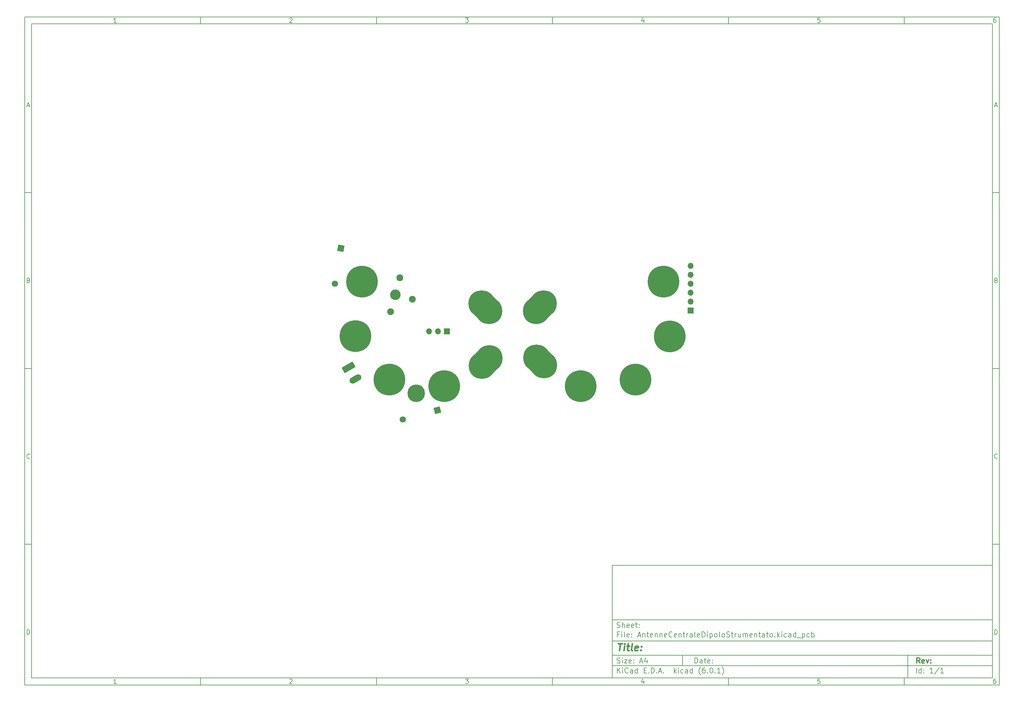
<source format=gbs>
G04 #@! TF.GenerationSoftware,KiCad,Pcbnew,(6.0.1)*
G04 #@! TF.CreationDate,2022-01-29T22:50:14+01:00*
G04 #@! TF.ProjectId,AntenneCentraleDipoloStrumentato,416e7465-6e6e-4654-9365-6e7472616c65,rev?*
G04 #@! TF.SameCoordinates,Original*
G04 #@! TF.FileFunction,Soldermask,Bot*
G04 #@! TF.FilePolarity,Negative*
%FSLAX46Y46*%
G04 Gerber Fmt 4.6, Leading zero omitted, Abs format (unit mm)*
G04 Created by KiCad (PCBNEW (6.0.1)) date 2022-01-29 22:50:14*
%MOMM*%
%LPD*%
G01*
G04 APERTURE LIST*
G04 Aperture macros list*
%AMRoundRect*
0 Rectangle with rounded corners*
0 $1 Rounding radius*
0 $2 $3 $4 $5 $6 $7 $8 $9 X,Y pos of 4 corners*
0 Add a 4 corners polygon primitive as box body*
4,1,4,$2,$3,$4,$5,$6,$7,$8,$9,$2,$3,0*
0 Add four circle primitives for the rounded corners*
1,1,$1+$1,$2,$3*
1,1,$1+$1,$4,$5*
1,1,$1+$1,$6,$7*
1,1,$1+$1,$8,$9*
0 Add four rect primitives between the rounded corners*
20,1,$1+$1,$2,$3,$4,$5,0*
20,1,$1+$1,$4,$5,$6,$7,0*
20,1,$1+$1,$6,$7,$8,$9,0*
20,1,$1+$1,$8,$9,$2,$3,0*%
%AMHorizOval*
0 Thick line with rounded ends*
0 $1 width*
0 $2 $3 position (X,Y) of the first rounded end (center of the circle)*
0 $4 $5 position (X,Y) of the second rounded end (center of the circle)*
0 Add line between two ends*
20,1,$1,$2,$3,$4,$5,0*
0 Add two circle primitives to create the rounded ends*
1,1,$1,$2,$3*
1,1,$1,$4,$5*%
%AMRotRect*
0 Rectangle, with rotation*
0 The origin of the aperture is its center*
0 $1 length*
0 $2 width*
0 $3 Rotation angle, in degrees counterclockwise*
0 Add horizontal line*
21,1,$1,$2,0,0,$3*%
G04 Aperture macros list end*
%ADD10C,0.100000*%
%ADD11C,0.150000*%
%ADD12C,0.300000*%
%ADD13C,0.400000*%
%ADD14HorizOval,7.500000X1.060660X-1.060660X-1.060660X1.060660X0*%
%ADD15C,0.900000*%
%ADD16C,9.000000*%
%ADD17HorizOval,7.500000X-1.060660X1.060660X1.060660X-1.060660X0*%
%ADD18C,3.000000*%
%ADD19C,1.950000*%
%ADD20RotRect,1.800000X1.800000X195.000000*%
%ADD21HorizOval,1.800000X0.000000X0.000000X0.000000X0.000000X0*%
%ADD22HorizOval,7.500000X1.060660X1.060660X-1.060660X-1.060660X0*%
%ADD23R,1.700000X1.700000*%
%ADD24O,1.700000X1.700000*%
%ADD25HorizOval,7.500000X-1.060660X-1.060660X1.060660X1.060660X0*%
%ADD26RoundRect,0.250000X-1.667339X-0.212083X-1.017339X-1.337917X1.667339X0.212083X1.017339X1.337917X0*%
%ADD27HorizOval,1.800000X-0.779423X-0.450000X0.779423X0.450000X0*%
%ADD28RotRect,1.800000X1.800000X260.000000*%
%ADD29HorizOval,1.800000X0.000000X0.000000X0.000000X0.000000X0*%
%ADD30C,0.800000*%
%ADD31C,5.000000*%
G04 APERTURE END LIST*
D10*
D11*
X177002200Y-166007200D02*
X177002200Y-198007200D01*
X285002200Y-198007200D01*
X285002200Y-166007200D01*
X177002200Y-166007200D01*
D10*
D11*
X10000000Y-10000000D02*
X10000000Y-200007200D01*
X287002200Y-200007200D01*
X287002200Y-10000000D01*
X10000000Y-10000000D01*
D10*
D11*
X12000000Y-12000000D02*
X12000000Y-198007200D01*
X285002200Y-198007200D01*
X285002200Y-12000000D01*
X12000000Y-12000000D01*
D10*
D11*
X60000000Y-12000000D02*
X60000000Y-10000000D01*
D10*
D11*
X110000000Y-12000000D02*
X110000000Y-10000000D01*
D10*
D11*
X160000000Y-12000000D02*
X160000000Y-10000000D01*
D10*
D11*
X210000000Y-12000000D02*
X210000000Y-10000000D01*
D10*
D11*
X260000000Y-12000000D02*
X260000000Y-10000000D01*
D10*
D11*
X36065476Y-11588095D02*
X35322619Y-11588095D01*
X35694047Y-11588095D02*
X35694047Y-10288095D01*
X35570238Y-10473809D01*
X35446428Y-10597619D01*
X35322619Y-10659523D01*
D10*
D11*
X85322619Y-10411904D02*
X85384523Y-10350000D01*
X85508333Y-10288095D01*
X85817857Y-10288095D01*
X85941666Y-10350000D01*
X86003571Y-10411904D01*
X86065476Y-10535714D01*
X86065476Y-10659523D01*
X86003571Y-10845238D01*
X85260714Y-11588095D01*
X86065476Y-11588095D01*
D10*
D11*
X135260714Y-10288095D02*
X136065476Y-10288095D01*
X135632142Y-10783333D01*
X135817857Y-10783333D01*
X135941666Y-10845238D01*
X136003571Y-10907142D01*
X136065476Y-11030952D01*
X136065476Y-11340476D01*
X136003571Y-11464285D01*
X135941666Y-11526190D01*
X135817857Y-11588095D01*
X135446428Y-11588095D01*
X135322619Y-11526190D01*
X135260714Y-11464285D01*
D10*
D11*
X185941666Y-10721428D02*
X185941666Y-11588095D01*
X185632142Y-10226190D02*
X185322619Y-11154761D01*
X186127380Y-11154761D01*
D10*
D11*
X236003571Y-10288095D02*
X235384523Y-10288095D01*
X235322619Y-10907142D01*
X235384523Y-10845238D01*
X235508333Y-10783333D01*
X235817857Y-10783333D01*
X235941666Y-10845238D01*
X236003571Y-10907142D01*
X236065476Y-11030952D01*
X236065476Y-11340476D01*
X236003571Y-11464285D01*
X235941666Y-11526190D01*
X235817857Y-11588095D01*
X235508333Y-11588095D01*
X235384523Y-11526190D01*
X235322619Y-11464285D01*
D10*
D11*
X285941666Y-10288095D02*
X285694047Y-10288095D01*
X285570238Y-10350000D01*
X285508333Y-10411904D01*
X285384523Y-10597619D01*
X285322619Y-10845238D01*
X285322619Y-11340476D01*
X285384523Y-11464285D01*
X285446428Y-11526190D01*
X285570238Y-11588095D01*
X285817857Y-11588095D01*
X285941666Y-11526190D01*
X286003571Y-11464285D01*
X286065476Y-11340476D01*
X286065476Y-11030952D01*
X286003571Y-10907142D01*
X285941666Y-10845238D01*
X285817857Y-10783333D01*
X285570238Y-10783333D01*
X285446428Y-10845238D01*
X285384523Y-10907142D01*
X285322619Y-11030952D01*
D10*
D11*
X60000000Y-198007200D02*
X60000000Y-200007200D01*
D10*
D11*
X110000000Y-198007200D02*
X110000000Y-200007200D01*
D10*
D11*
X160000000Y-198007200D02*
X160000000Y-200007200D01*
D10*
D11*
X210000000Y-198007200D02*
X210000000Y-200007200D01*
D10*
D11*
X260000000Y-198007200D02*
X260000000Y-200007200D01*
D10*
D11*
X36065476Y-199595295D02*
X35322619Y-199595295D01*
X35694047Y-199595295D02*
X35694047Y-198295295D01*
X35570238Y-198481009D01*
X35446428Y-198604819D01*
X35322619Y-198666723D01*
D10*
D11*
X85322619Y-198419104D02*
X85384523Y-198357200D01*
X85508333Y-198295295D01*
X85817857Y-198295295D01*
X85941666Y-198357200D01*
X86003571Y-198419104D01*
X86065476Y-198542914D01*
X86065476Y-198666723D01*
X86003571Y-198852438D01*
X85260714Y-199595295D01*
X86065476Y-199595295D01*
D10*
D11*
X135260714Y-198295295D02*
X136065476Y-198295295D01*
X135632142Y-198790533D01*
X135817857Y-198790533D01*
X135941666Y-198852438D01*
X136003571Y-198914342D01*
X136065476Y-199038152D01*
X136065476Y-199347676D01*
X136003571Y-199471485D01*
X135941666Y-199533390D01*
X135817857Y-199595295D01*
X135446428Y-199595295D01*
X135322619Y-199533390D01*
X135260714Y-199471485D01*
D10*
D11*
X185941666Y-198728628D02*
X185941666Y-199595295D01*
X185632142Y-198233390D02*
X185322619Y-199161961D01*
X186127380Y-199161961D01*
D10*
D11*
X236003571Y-198295295D02*
X235384523Y-198295295D01*
X235322619Y-198914342D01*
X235384523Y-198852438D01*
X235508333Y-198790533D01*
X235817857Y-198790533D01*
X235941666Y-198852438D01*
X236003571Y-198914342D01*
X236065476Y-199038152D01*
X236065476Y-199347676D01*
X236003571Y-199471485D01*
X235941666Y-199533390D01*
X235817857Y-199595295D01*
X235508333Y-199595295D01*
X235384523Y-199533390D01*
X235322619Y-199471485D01*
D10*
D11*
X285941666Y-198295295D02*
X285694047Y-198295295D01*
X285570238Y-198357200D01*
X285508333Y-198419104D01*
X285384523Y-198604819D01*
X285322619Y-198852438D01*
X285322619Y-199347676D01*
X285384523Y-199471485D01*
X285446428Y-199533390D01*
X285570238Y-199595295D01*
X285817857Y-199595295D01*
X285941666Y-199533390D01*
X286003571Y-199471485D01*
X286065476Y-199347676D01*
X286065476Y-199038152D01*
X286003571Y-198914342D01*
X285941666Y-198852438D01*
X285817857Y-198790533D01*
X285570238Y-198790533D01*
X285446428Y-198852438D01*
X285384523Y-198914342D01*
X285322619Y-199038152D01*
D10*
D11*
X10000000Y-60000000D02*
X12000000Y-60000000D01*
D10*
D11*
X10000000Y-110000000D02*
X12000000Y-110000000D01*
D10*
D11*
X10000000Y-160000000D02*
X12000000Y-160000000D01*
D10*
D11*
X10690476Y-35216666D02*
X11309523Y-35216666D01*
X10566666Y-35588095D02*
X11000000Y-34288095D01*
X11433333Y-35588095D01*
D10*
D11*
X11092857Y-84907142D02*
X11278571Y-84969047D01*
X11340476Y-85030952D01*
X11402380Y-85154761D01*
X11402380Y-85340476D01*
X11340476Y-85464285D01*
X11278571Y-85526190D01*
X11154761Y-85588095D01*
X10659523Y-85588095D01*
X10659523Y-84288095D01*
X11092857Y-84288095D01*
X11216666Y-84350000D01*
X11278571Y-84411904D01*
X11340476Y-84535714D01*
X11340476Y-84659523D01*
X11278571Y-84783333D01*
X11216666Y-84845238D01*
X11092857Y-84907142D01*
X10659523Y-84907142D01*
D10*
D11*
X11402380Y-135464285D02*
X11340476Y-135526190D01*
X11154761Y-135588095D01*
X11030952Y-135588095D01*
X10845238Y-135526190D01*
X10721428Y-135402380D01*
X10659523Y-135278571D01*
X10597619Y-135030952D01*
X10597619Y-134845238D01*
X10659523Y-134597619D01*
X10721428Y-134473809D01*
X10845238Y-134350000D01*
X11030952Y-134288095D01*
X11154761Y-134288095D01*
X11340476Y-134350000D01*
X11402380Y-134411904D01*
D10*
D11*
X10659523Y-185588095D02*
X10659523Y-184288095D01*
X10969047Y-184288095D01*
X11154761Y-184350000D01*
X11278571Y-184473809D01*
X11340476Y-184597619D01*
X11402380Y-184845238D01*
X11402380Y-185030952D01*
X11340476Y-185278571D01*
X11278571Y-185402380D01*
X11154761Y-185526190D01*
X10969047Y-185588095D01*
X10659523Y-185588095D01*
D10*
D11*
X287002200Y-60000000D02*
X285002200Y-60000000D01*
D10*
D11*
X287002200Y-110000000D02*
X285002200Y-110000000D01*
D10*
D11*
X287002200Y-160000000D02*
X285002200Y-160000000D01*
D10*
D11*
X285692676Y-35216666D02*
X286311723Y-35216666D01*
X285568866Y-35588095D02*
X286002200Y-34288095D01*
X286435533Y-35588095D01*
D10*
D11*
X286095057Y-84907142D02*
X286280771Y-84969047D01*
X286342676Y-85030952D01*
X286404580Y-85154761D01*
X286404580Y-85340476D01*
X286342676Y-85464285D01*
X286280771Y-85526190D01*
X286156961Y-85588095D01*
X285661723Y-85588095D01*
X285661723Y-84288095D01*
X286095057Y-84288095D01*
X286218866Y-84350000D01*
X286280771Y-84411904D01*
X286342676Y-84535714D01*
X286342676Y-84659523D01*
X286280771Y-84783333D01*
X286218866Y-84845238D01*
X286095057Y-84907142D01*
X285661723Y-84907142D01*
D10*
D11*
X286404580Y-135464285D02*
X286342676Y-135526190D01*
X286156961Y-135588095D01*
X286033152Y-135588095D01*
X285847438Y-135526190D01*
X285723628Y-135402380D01*
X285661723Y-135278571D01*
X285599819Y-135030952D01*
X285599819Y-134845238D01*
X285661723Y-134597619D01*
X285723628Y-134473809D01*
X285847438Y-134350000D01*
X286033152Y-134288095D01*
X286156961Y-134288095D01*
X286342676Y-134350000D01*
X286404580Y-134411904D01*
D10*
D11*
X285661723Y-185588095D02*
X285661723Y-184288095D01*
X285971247Y-184288095D01*
X286156961Y-184350000D01*
X286280771Y-184473809D01*
X286342676Y-184597619D01*
X286404580Y-184845238D01*
X286404580Y-185030952D01*
X286342676Y-185278571D01*
X286280771Y-185402380D01*
X286156961Y-185526190D01*
X285971247Y-185588095D01*
X285661723Y-185588095D01*
D10*
D11*
X200434342Y-193785771D02*
X200434342Y-192285771D01*
X200791485Y-192285771D01*
X201005771Y-192357200D01*
X201148628Y-192500057D01*
X201220057Y-192642914D01*
X201291485Y-192928628D01*
X201291485Y-193142914D01*
X201220057Y-193428628D01*
X201148628Y-193571485D01*
X201005771Y-193714342D01*
X200791485Y-193785771D01*
X200434342Y-193785771D01*
X202577200Y-193785771D02*
X202577200Y-193000057D01*
X202505771Y-192857200D01*
X202362914Y-192785771D01*
X202077200Y-192785771D01*
X201934342Y-192857200D01*
X202577200Y-193714342D02*
X202434342Y-193785771D01*
X202077200Y-193785771D01*
X201934342Y-193714342D01*
X201862914Y-193571485D01*
X201862914Y-193428628D01*
X201934342Y-193285771D01*
X202077200Y-193214342D01*
X202434342Y-193214342D01*
X202577200Y-193142914D01*
X203077200Y-192785771D02*
X203648628Y-192785771D01*
X203291485Y-192285771D02*
X203291485Y-193571485D01*
X203362914Y-193714342D01*
X203505771Y-193785771D01*
X203648628Y-193785771D01*
X204720057Y-193714342D02*
X204577200Y-193785771D01*
X204291485Y-193785771D01*
X204148628Y-193714342D01*
X204077200Y-193571485D01*
X204077200Y-193000057D01*
X204148628Y-192857200D01*
X204291485Y-192785771D01*
X204577200Y-192785771D01*
X204720057Y-192857200D01*
X204791485Y-193000057D01*
X204791485Y-193142914D01*
X204077200Y-193285771D01*
X205434342Y-193642914D02*
X205505771Y-193714342D01*
X205434342Y-193785771D01*
X205362914Y-193714342D01*
X205434342Y-193642914D01*
X205434342Y-193785771D01*
X205434342Y-192857200D02*
X205505771Y-192928628D01*
X205434342Y-193000057D01*
X205362914Y-192928628D01*
X205434342Y-192857200D01*
X205434342Y-193000057D01*
D10*
D11*
X177002200Y-194507200D02*
X285002200Y-194507200D01*
D10*
D11*
X178434342Y-196585771D02*
X178434342Y-195085771D01*
X179291485Y-196585771D02*
X178648628Y-195728628D01*
X179291485Y-195085771D02*
X178434342Y-195942914D01*
X179934342Y-196585771D02*
X179934342Y-195585771D01*
X179934342Y-195085771D02*
X179862914Y-195157200D01*
X179934342Y-195228628D01*
X180005771Y-195157200D01*
X179934342Y-195085771D01*
X179934342Y-195228628D01*
X181505771Y-196442914D02*
X181434342Y-196514342D01*
X181220057Y-196585771D01*
X181077200Y-196585771D01*
X180862914Y-196514342D01*
X180720057Y-196371485D01*
X180648628Y-196228628D01*
X180577200Y-195942914D01*
X180577200Y-195728628D01*
X180648628Y-195442914D01*
X180720057Y-195300057D01*
X180862914Y-195157200D01*
X181077200Y-195085771D01*
X181220057Y-195085771D01*
X181434342Y-195157200D01*
X181505771Y-195228628D01*
X182791485Y-196585771D02*
X182791485Y-195800057D01*
X182720057Y-195657200D01*
X182577200Y-195585771D01*
X182291485Y-195585771D01*
X182148628Y-195657200D01*
X182791485Y-196514342D02*
X182648628Y-196585771D01*
X182291485Y-196585771D01*
X182148628Y-196514342D01*
X182077200Y-196371485D01*
X182077200Y-196228628D01*
X182148628Y-196085771D01*
X182291485Y-196014342D01*
X182648628Y-196014342D01*
X182791485Y-195942914D01*
X184148628Y-196585771D02*
X184148628Y-195085771D01*
X184148628Y-196514342D02*
X184005771Y-196585771D01*
X183720057Y-196585771D01*
X183577200Y-196514342D01*
X183505771Y-196442914D01*
X183434342Y-196300057D01*
X183434342Y-195871485D01*
X183505771Y-195728628D01*
X183577200Y-195657200D01*
X183720057Y-195585771D01*
X184005771Y-195585771D01*
X184148628Y-195657200D01*
X186005771Y-195800057D02*
X186505771Y-195800057D01*
X186720057Y-196585771D02*
X186005771Y-196585771D01*
X186005771Y-195085771D01*
X186720057Y-195085771D01*
X187362914Y-196442914D02*
X187434342Y-196514342D01*
X187362914Y-196585771D01*
X187291485Y-196514342D01*
X187362914Y-196442914D01*
X187362914Y-196585771D01*
X188077200Y-196585771D02*
X188077200Y-195085771D01*
X188434342Y-195085771D01*
X188648628Y-195157200D01*
X188791485Y-195300057D01*
X188862914Y-195442914D01*
X188934342Y-195728628D01*
X188934342Y-195942914D01*
X188862914Y-196228628D01*
X188791485Y-196371485D01*
X188648628Y-196514342D01*
X188434342Y-196585771D01*
X188077200Y-196585771D01*
X189577200Y-196442914D02*
X189648628Y-196514342D01*
X189577200Y-196585771D01*
X189505771Y-196514342D01*
X189577200Y-196442914D01*
X189577200Y-196585771D01*
X190220057Y-196157200D02*
X190934342Y-196157200D01*
X190077200Y-196585771D02*
X190577200Y-195085771D01*
X191077200Y-196585771D01*
X191577200Y-196442914D02*
X191648628Y-196514342D01*
X191577200Y-196585771D01*
X191505771Y-196514342D01*
X191577200Y-196442914D01*
X191577200Y-196585771D01*
X194577200Y-196585771D02*
X194577200Y-195085771D01*
X194720057Y-196014342D02*
X195148628Y-196585771D01*
X195148628Y-195585771D02*
X194577200Y-196157200D01*
X195791485Y-196585771D02*
X195791485Y-195585771D01*
X195791485Y-195085771D02*
X195720057Y-195157200D01*
X195791485Y-195228628D01*
X195862914Y-195157200D01*
X195791485Y-195085771D01*
X195791485Y-195228628D01*
X197148628Y-196514342D02*
X197005771Y-196585771D01*
X196720057Y-196585771D01*
X196577200Y-196514342D01*
X196505771Y-196442914D01*
X196434342Y-196300057D01*
X196434342Y-195871485D01*
X196505771Y-195728628D01*
X196577200Y-195657200D01*
X196720057Y-195585771D01*
X197005771Y-195585771D01*
X197148628Y-195657200D01*
X198434342Y-196585771D02*
X198434342Y-195800057D01*
X198362914Y-195657200D01*
X198220057Y-195585771D01*
X197934342Y-195585771D01*
X197791485Y-195657200D01*
X198434342Y-196514342D02*
X198291485Y-196585771D01*
X197934342Y-196585771D01*
X197791485Y-196514342D01*
X197720057Y-196371485D01*
X197720057Y-196228628D01*
X197791485Y-196085771D01*
X197934342Y-196014342D01*
X198291485Y-196014342D01*
X198434342Y-195942914D01*
X199791485Y-196585771D02*
X199791485Y-195085771D01*
X199791485Y-196514342D02*
X199648628Y-196585771D01*
X199362914Y-196585771D01*
X199220057Y-196514342D01*
X199148628Y-196442914D01*
X199077200Y-196300057D01*
X199077200Y-195871485D01*
X199148628Y-195728628D01*
X199220057Y-195657200D01*
X199362914Y-195585771D01*
X199648628Y-195585771D01*
X199791485Y-195657200D01*
X202077200Y-197157200D02*
X202005771Y-197085771D01*
X201862914Y-196871485D01*
X201791485Y-196728628D01*
X201720057Y-196514342D01*
X201648628Y-196157200D01*
X201648628Y-195871485D01*
X201720057Y-195514342D01*
X201791485Y-195300057D01*
X201862914Y-195157200D01*
X202005771Y-194942914D01*
X202077200Y-194871485D01*
X203291485Y-195085771D02*
X203005771Y-195085771D01*
X202862914Y-195157200D01*
X202791485Y-195228628D01*
X202648628Y-195442914D01*
X202577200Y-195728628D01*
X202577200Y-196300057D01*
X202648628Y-196442914D01*
X202720057Y-196514342D01*
X202862914Y-196585771D01*
X203148628Y-196585771D01*
X203291485Y-196514342D01*
X203362914Y-196442914D01*
X203434342Y-196300057D01*
X203434342Y-195942914D01*
X203362914Y-195800057D01*
X203291485Y-195728628D01*
X203148628Y-195657200D01*
X202862914Y-195657200D01*
X202720057Y-195728628D01*
X202648628Y-195800057D01*
X202577200Y-195942914D01*
X204077200Y-196442914D02*
X204148628Y-196514342D01*
X204077200Y-196585771D01*
X204005771Y-196514342D01*
X204077200Y-196442914D01*
X204077200Y-196585771D01*
X205077200Y-195085771D02*
X205220057Y-195085771D01*
X205362914Y-195157200D01*
X205434342Y-195228628D01*
X205505771Y-195371485D01*
X205577200Y-195657200D01*
X205577200Y-196014342D01*
X205505771Y-196300057D01*
X205434342Y-196442914D01*
X205362914Y-196514342D01*
X205220057Y-196585771D01*
X205077200Y-196585771D01*
X204934342Y-196514342D01*
X204862914Y-196442914D01*
X204791485Y-196300057D01*
X204720057Y-196014342D01*
X204720057Y-195657200D01*
X204791485Y-195371485D01*
X204862914Y-195228628D01*
X204934342Y-195157200D01*
X205077200Y-195085771D01*
X206220057Y-196442914D02*
X206291485Y-196514342D01*
X206220057Y-196585771D01*
X206148628Y-196514342D01*
X206220057Y-196442914D01*
X206220057Y-196585771D01*
X207720057Y-196585771D02*
X206862914Y-196585771D01*
X207291485Y-196585771D02*
X207291485Y-195085771D01*
X207148628Y-195300057D01*
X207005771Y-195442914D01*
X206862914Y-195514342D01*
X208220057Y-197157200D02*
X208291485Y-197085771D01*
X208434342Y-196871485D01*
X208505771Y-196728628D01*
X208577200Y-196514342D01*
X208648628Y-196157200D01*
X208648628Y-195871485D01*
X208577200Y-195514342D01*
X208505771Y-195300057D01*
X208434342Y-195157200D01*
X208291485Y-194942914D01*
X208220057Y-194871485D01*
D10*
D11*
X177002200Y-191507200D02*
X285002200Y-191507200D01*
D10*
D12*
X264411485Y-193785771D02*
X263911485Y-193071485D01*
X263554342Y-193785771D02*
X263554342Y-192285771D01*
X264125771Y-192285771D01*
X264268628Y-192357200D01*
X264340057Y-192428628D01*
X264411485Y-192571485D01*
X264411485Y-192785771D01*
X264340057Y-192928628D01*
X264268628Y-193000057D01*
X264125771Y-193071485D01*
X263554342Y-193071485D01*
X265625771Y-193714342D02*
X265482914Y-193785771D01*
X265197200Y-193785771D01*
X265054342Y-193714342D01*
X264982914Y-193571485D01*
X264982914Y-193000057D01*
X265054342Y-192857200D01*
X265197200Y-192785771D01*
X265482914Y-192785771D01*
X265625771Y-192857200D01*
X265697200Y-193000057D01*
X265697200Y-193142914D01*
X264982914Y-193285771D01*
X266197200Y-192785771D02*
X266554342Y-193785771D01*
X266911485Y-192785771D01*
X267482914Y-193642914D02*
X267554342Y-193714342D01*
X267482914Y-193785771D01*
X267411485Y-193714342D01*
X267482914Y-193642914D01*
X267482914Y-193785771D01*
X267482914Y-192857200D02*
X267554342Y-192928628D01*
X267482914Y-193000057D01*
X267411485Y-192928628D01*
X267482914Y-192857200D01*
X267482914Y-193000057D01*
D10*
D11*
X178362914Y-193714342D02*
X178577200Y-193785771D01*
X178934342Y-193785771D01*
X179077200Y-193714342D01*
X179148628Y-193642914D01*
X179220057Y-193500057D01*
X179220057Y-193357200D01*
X179148628Y-193214342D01*
X179077200Y-193142914D01*
X178934342Y-193071485D01*
X178648628Y-193000057D01*
X178505771Y-192928628D01*
X178434342Y-192857200D01*
X178362914Y-192714342D01*
X178362914Y-192571485D01*
X178434342Y-192428628D01*
X178505771Y-192357200D01*
X178648628Y-192285771D01*
X179005771Y-192285771D01*
X179220057Y-192357200D01*
X179862914Y-193785771D02*
X179862914Y-192785771D01*
X179862914Y-192285771D02*
X179791485Y-192357200D01*
X179862914Y-192428628D01*
X179934342Y-192357200D01*
X179862914Y-192285771D01*
X179862914Y-192428628D01*
X180434342Y-192785771D02*
X181220057Y-192785771D01*
X180434342Y-193785771D01*
X181220057Y-193785771D01*
X182362914Y-193714342D02*
X182220057Y-193785771D01*
X181934342Y-193785771D01*
X181791485Y-193714342D01*
X181720057Y-193571485D01*
X181720057Y-193000057D01*
X181791485Y-192857200D01*
X181934342Y-192785771D01*
X182220057Y-192785771D01*
X182362914Y-192857200D01*
X182434342Y-193000057D01*
X182434342Y-193142914D01*
X181720057Y-193285771D01*
X183077200Y-193642914D02*
X183148628Y-193714342D01*
X183077200Y-193785771D01*
X183005771Y-193714342D01*
X183077200Y-193642914D01*
X183077200Y-193785771D01*
X183077200Y-192857200D02*
X183148628Y-192928628D01*
X183077200Y-193000057D01*
X183005771Y-192928628D01*
X183077200Y-192857200D01*
X183077200Y-193000057D01*
X184862914Y-193357200D02*
X185577200Y-193357200D01*
X184720057Y-193785771D02*
X185220057Y-192285771D01*
X185720057Y-193785771D01*
X186862914Y-192785771D02*
X186862914Y-193785771D01*
X186505771Y-192214342D02*
X186148628Y-193285771D01*
X187077200Y-193285771D01*
D10*
D11*
X263434342Y-196585771D02*
X263434342Y-195085771D01*
X264791485Y-196585771D02*
X264791485Y-195085771D01*
X264791485Y-196514342D02*
X264648628Y-196585771D01*
X264362914Y-196585771D01*
X264220057Y-196514342D01*
X264148628Y-196442914D01*
X264077200Y-196300057D01*
X264077200Y-195871485D01*
X264148628Y-195728628D01*
X264220057Y-195657200D01*
X264362914Y-195585771D01*
X264648628Y-195585771D01*
X264791485Y-195657200D01*
X265505771Y-196442914D02*
X265577200Y-196514342D01*
X265505771Y-196585771D01*
X265434342Y-196514342D01*
X265505771Y-196442914D01*
X265505771Y-196585771D01*
X265505771Y-195657200D02*
X265577200Y-195728628D01*
X265505771Y-195800057D01*
X265434342Y-195728628D01*
X265505771Y-195657200D01*
X265505771Y-195800057D01*
X268148628Y-196585771D02*
X267291485Y-196585771D01*
X267720057Y-196585771D02*
X267720057Y-195085771D01*
X267577200Y-195300057D01*
X267434342Y-195442914D01*
X267291485Y-195514342D01*
X269862914Y-195014342D02*
X268577200Y-196942914D01*
X271148628Y-196585771D02*
X270291485Y-196585771D01*
X270720057Y-196585771D02*
X270720057Y-195085771D01*
X270577200Y-195300057D01*
X270434342Y-195442914D01*
X270291485Y-195514342D01*
D10*
D11*
X177002200Y-187507200D02*
X285002200Y-187507200D01*
D10*
D13*
X178714580Y-188211961D02*
X179857438Y-188211961D01*
X179036009Y-190211961D02*
X179286009Y-188211961D01*
X180274104Y-190211961D02*
X180440771Y-188878628D01*
X180524104Y-188211961D02*
X180416961Y-188307200D01*
X180500295Y-188402438D01*
X180607438Y-188307200D01*
X180524104Y-188211961D01*
X180500295Y-188402438D01*
X181107438Y-188878628D02*
X181869342Y-188878628D01*
X181476485Y-188211961D02*
X181262200Y-189926247D01*
X181333628Y-190116723D01*
X181512200Y-190211961D01*
X181702676Y-190211961D01*
X182655057Y-190211961D02*
X182476485Y-190116723D01*
X182405057Y-189926247D01*
X182619342Y-188211961D01*
X184190771Y-190116723D02*
X183988390Y-190211961D01*
X183607438Y-190211961D01*
X183428866Y-190116723D01*
X183357438Y-189926247D01*
X183452676Y-189164342D01*
X183571723Y-188973866D01*
X183774104Y-188878628D01*
X184155057Y-188878628D01*
X184333628Y-188973866D01*
X184405057Y-189164342D01*
X184381247Y-189354819D01*
X183405057Y-189545295D01*
X185155057Y-190021485D02*
X185238390Y-190116723D01*
X185131247Y-190211961D01*
X185047914Y-190116723D01*
X185155057Y-190021485D01*
X185131247Y-190211961D01*
X185286009Y-188973866D02*
X185369342Y-189069104D01*
X185262200Y-189164342D01*
X185178866Y-189069104D01*
X185286009Y-188973866D01*
X185262200Y-189164342D01*
D10*
D11*
X178934342Y-185600057D02*
X178434342Y-185600057D01*
X178434342Y-186385771D02*
X178434342Y-184885771D01*
X179148628Y-184885771D01*
X179720057Y-186385771D02*
X179720057Y-185385771D01*
X179720057Y-184885771D02*
X179648628Y-184957200D01*
X179720057Y-185028628D01*
X179791485Y-184957200D01*
X179720057Y-184885771D01*
X179720057Y-185028628D01*
X180648628Y-186385771D02*
X180505771Y-186314342D01*
X180434342Y-186171485D01*
X180434342Y-184885771D01*
X181791485Y-186314342D02*
X181648628Y-186385771D01*
X181362914Y-186385771D01*
X181220057Y-186314342D01*
X181148628Y-186171485D01*
X181148628Y-185600057D01*
X181220057Y-185457200D01*
X181362914Y-185385771D01*
X181648628Y-185385771D01*
X181791485Y-185457200D01*
X181862914Y-185600057D01*
X181862914Y-185742914D01*
X181148628Y-185885771D01*
X182505771Y-186242914D02*
X182577200Y-186314342D01*
X182505771Y-186385771D01*
X182434342Y-186314342D01*
X182505771Y-186242914D01*
X182505771Y-186385771D01*
X182505771Y-185457200D02*
X182577200Y-185528628D01*
X182505771Y-185600057D01*
X182434342Y-185528628D01*
X182505771Y-185457200D01*
X182505771Y-185600057D01*
X184291485Y-185957200D02*
X185005771Y-185957200D01*
X184148628Y-186385771D02*
X184648628Y-184885771D01*
X185148628Y-186385771D01*
X185648628Y-185385771D02*
X185648628Y-186385771D01*
X185648628Y-185528628D02*
X185720057Y-185457200D01*
X185862914Y-185385771D01*
X186077200Y-185385771D01*
X186220057Y-185457200D01*
X186291485Y-185600057D01*
X186291485Y-186385771D01*
X186791485Y-185385771D02*
X187362914Y-185385771D01*
X187005771Y-184885771D02*
X187005771Y-186171485D01*
X187077200Y-186314342D01*
X187220057Y-186385771D01*
X187362914Y-186385771D01*
X188434342Y-186314342D02*
X188291485Y-186385771D01*
X188005771Y-186385771D01*
X187862914Y-186314342D01*
X187791485Y-186171485D01*
X187791485Y-185600057D01*
X187862914Y-185457200D01*
X188005771Y-185385771D01*
X188291485Y-185385771D01*
X188434342Y-185457200D01*
X188505771Y-185600057D01*
X188505771Y-185742914D01*
X187791485Y-185885771D01*
X189148628Y-185385771D02*
X189148628Y-186385771D01*
X189148628Y-185528628D02*
X189220057Y-185457200D01*
X189362914Y-185385771D01*
X189577200Y-185385771D01*
X189720057Y-185457200D01*
X189791485Y-185600057D01*
X189791485Y-186385771D01*
X190505771Y-185385771D02*
X190505771Y-186385771D01*
X190505771Y-185528628D02*
X190577200Y-185457200D01*
X190720057Y-185385771D01*
X190934342Y-185385771D01*
X191077200Y-185457200D01*
X191148628Y-185600057D01*
X191148628Y-186385771D01*
X192434342Y-186314342D02*
X192291485Y-186385771D01*
X192005771Y-186385771D01*
X191862914Y-186314342D01*
X191791485Y-186171485D01*
X191791485Y-185600057D01*
X191862914Y-185457200D01*
X192005771Y-185385771D01*
X192291485Y-185385771D01*
X192434342Y-185457200D01*
X192505771Y-185600057D01*
X192505771Y-185742914D01*
X191791485Y-185885771D01*
X194005771Y-186242914D02*
X193934342Y-186314342D01*
X193720057Y-186385771D01*
X193577200Y-186385771D01*
X193362914Y-186314342D01*
X193220057Y-186171485D01*
X193148628Y-186028628D01*
X193077200Y-185742914D01*
X193077200Y-185528628D01*
X193148628Y-185242914D01*
X193220057Y-185100057D01*
X193362914Y-184957200D01*
X193577200Y-184885771D01*
X193720057Y-184885771D01*
X193934342Y-184957200D01*
X194005771Y-185028628D01*
X195220057Y-186314342D02*
X195077200Y-186385771D01*
X194791485Y-186385771D01*
X194648628Y-186314342D01*
X194577200Y-186171485D01*
X194577200Y-185600057D01*
X194648628Y-185457200D01*
X194791485Y-185385771D01*
X195077200Y-185385771D01*
X195220057Y-185457200D01*
X195291485Y-185600057D01*
X195291485Y-185742914D01*
X194577200Y-185885771D01*
X195934342Y-185385771D02*
X195934342Y-186385771D01*
X195934342Y-185528628D02*
X196005771Y-185457200D01*
X196148628Y-185385771D01*
X196362914Y-185385771D01*
X196505771Y-185457200D01*
X196577200Y-185600057D01*
X196577200Y-186385771D01*
X197077200Y-185385771D02*
X197648628Y-185385771D01*
X197291485Y-184885771D02*
X197291485Y-186171485D01*
X197362914Y-186314342D01*
X197505771Y-186385771D01*
X197648628Y-186385771D01*
X198148628Y-186385771D02*
X198148628Y-185385771D01*
X198148628Y-185671485D02*
X198220057Y-185528628D01*
X198291485Y-185457200D01*
X198434342Y-185385771D01*
X198577200Y-185385771D01*
X199720057Y-186385771D02*
X199720057Y-185600057D01*
X199648628Y-185457200D01*
X199505771Y-185385771D01*
X199220057Y-185385771D01*
X199077200Y-185457200D01*
X199720057Y-186314342D02*
X199577200Y-186385771D01*
X199220057Y-186385771D01*
X199077200Y-186314342D01*
X199005771Y-186171485D01*
X199005771Y-186028628D01*
X199077200Y-185885771D01*
X199220057Y-185814342D01*
X199577200Y-185814342D01*
X199720057Y-185742914D01*
X200648628Y-186385771D02*
X200505771Y-186314342D01*
X200434342Y-186171485D01*
X200434342Y-184885771D01*
X201791485Y-186314342D02*
X201648628Y-186385771D01*
X201362914Y-186385771D01*
X201220057Y-186314342D01*
X201148628Y-186171485D01*
X201148628Y-185600057D01*
X201220057Y-185457200D01*
X201362914Y-185385771D01*
X201648628Y-185385771D01*
X201791485Y-185457200D01*
X201862914Y-185600057D01*
X201862914Y-185742914D01*
X201148628Y-185885771D01*
X202505771Y-186385771D02*
X202505771Y-184885771D01*
X202862914Y-184885771D01*
X203077200Y-184957200D01*
X203220057Y-185100057D01*
X203291485Y-185242914D01*
X203362914Y-185528628D01*
X203362914Y-185742914D01*
X203291485Y-186028628D01*
X203220057Y-186171485D01*
X203077200Y-186314342D01*
X202862914Y-186385771D01*
X202505771Y-186385771D01*
X204005771Y-186385771D02*
X204005771Y-185385771D01*
X204005771Y-184885771D02*
X203934342Y-184957200D01*
X204005771Y-185028628D01*
X204077200Y-184957200D01*
X204005771Y-184885771D01*
X204005771Y-185028628D01*
X204720057Y-185385771D02*
X204720057Y-186885771D01*
X204720057Y-185457200D02*
X204862914Y-185385771D01*
X205148628Y-185385771D01*
X205291485Y-185457200D01*
X205362914Y-185528628D01*
X205434342Y-185671485D01*
X205434342Y-186100057D01*
X205362914Y-186242914D01*
X205291485Y-186314342D01*
X205148628Y-186385771D01*
X204862914Y-186385771D01*
X204720057Y-186314342D01*
X206291485Y-186385771D02*
X206148628Y-186314342D01*
X206077200Y-186242914D01*
X206005771Y-186100057D01*
X206005771Y-185671485D01*
X206077200Y-185528628D01*
X206148628Y-185457200D01*
X206291485Y-185385771D01*
X206505771Y-185385771D01*
X206648628Y-185457200D01*
X206720057Y-185528628D01*
X206791485Y-185671485D01*
X206791485Y-186100057D01*
X206720057Y-186242914D01*
X206648628Y-186314342D01*
X206505771Y-186385771D01*
X206291485Y-186385771D01*
X207648628Y-186385771D02*
X207505771Y-186314342D01*
X207434342Y-186171485D01*
X207434342Y-184885771D01*
X208434342Y-186385771D02*
X208291485Y-186314342D01*
X208220057Y-186242914D01*
X208148628Y-186100057D01*
X208148628Y-185671485D01*
X208220057Y-185528628D01*
X208291485Y-185457200D01*
X208434342Y-185385771D01*
X208648628Y-185385771D01*
X208791485Y-185457200D01*
X208862914Y-185528628D01*
X208934342Y-185671485D01*
X208934342Y-186100057D01*
X208862914Y-186242914D01*
X208791485Y-186314342D01*
X208648628Y-186385771D01*
X208434342Y-186385771D01*
X209505771Y-186314342D02*
X209720057Y-186385771D01*
X210077200Y-186385771D01*
X210220057Y-186314342D01*
X210291485Y-186242914D01*
X210362914Y-186100057D01*
X210362914Y-185957200D01*
X210291485Y-185814342D01*
X210220057Y-185742914D01*
X210077200Y-185671485D01*
X209791485Y-185600057D01*
X209648628Y-185528628D01*
X209577200Y-185457200D01*
X209505771Y-185314342D01*
X209505771Y-185171485D01*
X209577200Y-185028628D01*
X209648628Y-184957200D01*
X209791485Y-184885771D01*
X210148628Y-184885771D01*
X210362914Y-184957200D01*
X210791485Y-185385771D02*
X211362914Y-185385771D01*
X211005771Y-184885771D02*
X211005771Y-186171485D01*
X211077200Y-186314342D01*
X211220057Y-186385771D01*
X211362914Y-186385771D01*
X211862914Y-186385771D02*
X211862914Y-185385771D01*
X211862914Y-185671485D02*
X211934342Y-185528628D01*
X212005771Y-185457200D01*
X212148628Y-185385771D01*
X212291485Y-185385771D01*
X213434342Y-185385771D02*
X213434342Y-186385771D01*
X212791485Y-185385771D02*
X212791485Y-186171485D01*
X212862914Y-186314342D01*
X213005771Y-186385771D01*
X213220057Y-186385771D01*
X213362914Y-186314342D01*
X213434342Y-186242914D01*
X214148628Y-186385771D02*
X214148628Y-185385771D01*
X214148628Y-185528628D02*
X214220057Y-185457200D01*
X214362914Y-185385771D01*
X214577200Y-185385771D01*
X214720057Y-185457200D01*
X214791485Y-185600057D01*
X214791485Y-186385771D01*
X214791485Y-185600057D02*
X214862914Y-185457200D01*
X215005771Y-185385771D01*
X215220057Y-185385771D01*
X215362914Y-185457200D01*
X215434342Y-185600057D01*
X215434342Y-186385771D01*
X216720057Y-186314342D02*
X216577200Y-186385771D01*
X216291485Y-186385771D01*
X216148628Y-186314342D01*
X216077200Y-186171485D01*
X216077200Y-185600057D01*
X216148628Y-185457200D01*
X216291485Y-185385771D01*
X216577200Y-185385771D01*
X216720057Y-185457200D01*
X216791485Y-185600057D01*
X216791485Y-185742914D01*
X216077200Y-185885771D01*
X217434342Y-185385771D02*
X217434342Y-186385771D01*
X217434342Y-185528628D02*
X217505771Y-185457200D01*
X217648628Y-185385771D01*
X217862914Y-185385771D01*
X218005771Y-185457200D01*
X218077200Y-185600057D01*
X218077200Y-186385771D01*
X218577200Y-185385771D02*
X219148628Y-185385771D01*
X218791485Y-184885771D02*
X218791485Y-186171485D01*
X218862914Y-186314342D01*
X219005771Y-186385771D01*
X219148628Y-186385771D01*
X220291485Y-186385771D02*
X220291485Y-185600057D01*
X220220057Y-185457200D01*
X220077200Y-185385771D01*
X219791485Y-185385771D01*
X219648628Y-185457200D01*
X220291485Y-186314342D02*
X220148628Y-186385771D01*
X219791485Y-186385771D01*
X219648628Y-186314342D01*
X219577200Y-186171485D01*
X219577200Y-186028628D01*
X219648628Y-185885771D01*
X219791485Y-185814342D01*
X220148628Y-185814342D01*
X220291485Y-185742914D01*
X220791485Y-185385771D02*
X221362914Y-185385771D01*
X221005771Y-184885771D02*
X221005771Y-186171485D01*
X221077200Y-186314342D01*
X221220057Y-186385771D01*
X221362914Y-186385771D01*
X222077200Y-186385771D02*
X221934342Y-186314342D01*
X221862914Y-186242914D01*
X221791485Y-186100057D01*
X221791485Y-185671485D01*
X221862914Y-185528628D01*
X221934342Y-185457200D01*
X222077200Y-185385771D01*
X222291485Y-185385771D01*
X222434342Y-185457200D01*
X222505771Y-185528628D01*
X222577200Y-185671485D01*
X222577200Y-186100057D01*
X222505771Y-186242914D01*
X222434342Y-186314342D01*
X222291485Y-186385771D01*
X222077200Y-186385771D01*
X223220057Y-186242914D02*
X223291485Y-186314342D01*
X223220057Y-186385771D01*
X223148628Y-186314342D01*
X223220057Y-186242914D01*
X223220057Y-186385771D01*
X223934342Y-186385771D02*
X223934342Y-184885771D01*
X224077200Y-185814342D02*
X224505771Y-186385771D01*
X224505771Y-185385771D02*
X223934342Y-185957200D01*
X225148628Y-186385771D02*
X225148628Y-185385771D01*
X225148628Y-184885771D02*
X225077200Y-184957200D01*
X225148628Y-185028628D01*
X225220057Y-184957200D01*
X225148628Y-184885771D01*
X225148628Y-185028628D01*
X226505771Y-186314342D02*
X226362914Y-186385771D01*
X226077200Y-186385771D01*
X225934342Y-186314342D01*
X225862914Y-186242914D01*
X225791485Y-186100057D01*
X225791485Y-185671485D01*
X225862914Y-185528628D01*
X225934342Y-185457200D01*
X226077200Y-185385771D01*
X226362914Y-185385771D01*
X226505771Y-185457200D01*
X227791485Y-186385771D02*
X227791485Y-185600057D01*
X227720057Y-185457200D01*
X227577200Y-185385771D01*
X227291485Y-185385771D01*
X227148628Y-185457200D01*
X227791485Y-186314342D02*
X227648628Y-186385771D01*
X227291485Y-186385771D01*
X227148628Y-186314342D01*
X227077200Y-186171485D01*
X227077200Y-186028628D01*
X227148628Y-185885771D01*
X227291485Y-185814342D01*
X227648628Y-185814342D01*
X227791485Y-185742914D01*
X229148628Y-186385771D02*
X229148628Y-184885771D01*
X229148628Y-186314342D02*
X229005771Y-186385771D01*
X228720057Y-186385771D01*
X228577200Y-186314342D01*
X228505771Y-186242914D01*
X228434342Y-186100057D01*
X228434342Y-185671485D01*
X228505771Y-185528628D01*
X228577200Y-185457200D01*
X228720057Y-185385771D01*
X229005771Y-185385771D01*
X229148628Y-185457200D01*
X229505771Y-186528628D02*
X230648628Y-186528628D01*
X231005771Y-185385771D02*
X231005771Y-186885771D01*
X231005771Y-185457200D02*
X231148628Y-185385771D01*
X231434342Y-185385771D01*
X231577200Y-185457200D01*
X231648628Y-185528628D01*
X231720057Y-185671485D01*
X231720057Y-186100057D01*
X231648628Y-186242914D01*
X231577200Y-186314342D01*
X231434342Y-186385771D01*
X231148628Y-186385771D01*
X231005771Y-186314342D01*
X233005771Y-186314342D02*
X232862914Y-186385771D01*
X232577200Y-186385771D01*
X232434342Y-186314342D01*
X232362914Y-186242914D01*
X232291485Y-186100057D01*
X232291485Y-185671485D01*
X232362914Y-185528628D01*
X232434342Y-185457200D01*
X232577200Y-185385771D01*
X232862914Y-185385771D01*
X233005771Y-185457200D01*
X233648628Y-186385771D02*
X233648628Y-184885771D01*
X233648628Y-185457200D02*
X233791485Y-185385771D01*
X234077200Y-185385771D01*
X234220057Y-185457200D01*
X234291485Y-185528628D01*
X234362914Y-185671485D01*
X234362914Y-186100057D01*
X234291485Y-186242914D01*
X234220057Y-186314342D01*
X234077200Y-186385771D01*
X233791485Y-186385771D01*
X233648628Y-186314342D01*
D10*
D11*
X177002200Y-181507200D02*
X285002200Y-181507200D01*
D10*
D11*
X178362914Y-183614342D02*
X178577200Y-183685771D01*
X178934342Y-183685771D01*
X179077200Y-183614342D01*
X179148628Y-183542914D01*
X179220057Y-183400057D01*
X179220057Y-183257200D01*
X179148628Y-183114342D01*
X179077200Y-183042914D01*
X178934342Y-182971485D01*
X178648628Y-182900057D01*
X178505771Y-182828628D01*
X178434342Y-182757200D01*
X178362914Y-182614342D01*
X178362914Y-182471485D01*
X178434342Y-182328628D01*
X178505771Y-182257200D01*
X178648628Y-182185771D01*
X179005771Y-182185771D01*
X179220057Y-182257200D01*
X179862914Y-183685771D02*
X179862914Y-182185771D01*
X180505771Y-183685771D02*
X180505771Y-182900057D01*
X180434342Y-182757200D01*
X180291485Y-182685771D01*
X180077200Y-182685771D01*
X179934342Y-182757200D01*
X179862914Y-182828628D01*
X181791485Y-183614342D02*
X181648628Y-183685771D01*
X181362914Y-183685771D01*
X181220057Y-183614342D01*
X181148628Y-183471485D01*
X181148628Y-182900057D01*
X181220057Y-182757200D01*
X181362914Y-182685771D01*
X181648628Y-182685771D01*
X181791485Y-182757200D01*
X181862914Y-182900057D01*
X181862914Y-183042914D01*
X181148628Y-183185771D01*
X183077200Y-183614342D02*
X182934342Y-183685771D01*
X182648628Y-183685771D01*
X182505771Y-183614342D01*
X182434342Y-183471485D01*
X182434342Y-182900057D01*
X182505771Y-182757200D01*
X182648628Y-182685771D01*
X182934342Y-182685771D01*
X183077200Y-182757200D01*
X183148628Y-182900057D01*
X183148628Y-183042914D01*
X182434342Y-183185771D01*
X183577200Y-182685771D02*
X184148628Y-182685771D01*
X183791485Y-182185771D02*
X183791485Y-183471485D01*
X183862914Y-183614342D01*
X184005771Y-183685771D01*
X184148628Y-183685771D01*
X184648628Y-183542914D02*
X184720057Y-183614342D01*
X184648628Y-183685771D01*
X184577200Y-183614342D01*
X184648628Y-183542914D01*
X184648628Y-183685771D01*
X184648628Y-182757200D02*
X184720057Y-182828628D01*
X184648628Y-182900057D01*
X184577200Y-182828628D01*
X184648628Y-182757200D01*
X184648628Y-182900057D01*
D10*
D12*
D10*
D11*
D10*
D11*
D10*
D11*
D10*
D11*
D10*
D11*
X197002200Y-191507200D02*
X197002200Y-194507200D01*
D10*
D11*
X261002200Y-191507200D02*
X261002200Y-198007200D01*
D14*
X140928100Y-92566500D03*
D15*
X141210236Y-96413868D03*
X138647681Y-94846919D03*
X137635811Y-93730398D03*
X137215082Y-90904092D03*
X140645964Y-88719132D03*
X137080732Y-92284364D03*
X143862593Y-95500993D03*
X139265692Y-88853482D03*
X143208519Y-90286081D03*
X144775468Y-92848636D03*
X144641118Y-94228908D03*
X142590508Y-96279518D03*
X144220389Y-91402602D03*
X142091998Y-89274211D03*
X137993607Y-89632007D03*
X139764202Y-95858789D03*
X193344800Y-97513800D03*
X195731285Y-103275285D03*
X189969800Y-100888800D03*
X196719800Y-100888800D03*
D16*
X193344800Y-100888800D03*
D15*
X190958315Y-103275285D03*
X195731285Y-98502315D03*
X190958315Y-98502315D03*
X193344800Y-104263800D03*
X156181864Y-104153432D03*
X153171711Y-109164698D03*
X154801592Y-104287782D03*
X155300102Y-111293089D03*
X153529507Y-105066307D03*
X152750982Y-106338392D03*
X160177018Y-109663208D03*
X159756289Y-106836902D03*
X152616632Y-107718664D03*
X160311368Y-108282936D03*
D17*
X156464000Y-108000800D03*
D15*
X158126408Y-111713818D03*
X157627898Y-104708511D03*
X156746136Y-111848168D03*
X158744419Y-105720381D03*
X159398493Y-110935293D03*
X154183581Y-110281219D03*
D18*
X115308600Y-89020900D03*
D19*
X114014505Y-93850529D03*
X120138229Y-90314995D03*
X116602695Y-84191271D03*
D20*
X127258700Y-121849800D03*
D21*
X117444894Y-124479401D03*
D15*
X189129515Y-87679685D03*
X188141000Y-85293200D03*
X193902485Y-82906715D03*
X191516000Y-81918200D03*
X193902485Y-87679685D03*
X189129515Y-82906715D03*
D16*
X191516000Y-85293200D03*
D15*
X191516000Y-88668200D03*
X194891000Y-85293200D03*
X116076885Y-110795915D03*
X111303915Y-110795915D03*
X116076885Y-115568885D03*
X110315400Y-113182400D03*
X113690400Y-109807400D03*
X113690400Y-116557400D03*
D16*
X113690400Y-113182400D03*
D15*
X111303915Y-115568885D03*
X117065400Y-113182400D03*
X164671400Y-115011200D03*
X170432885Y-117397685D03*
X171421400Y-115011200D03*
X165659915Y-112624715D03*
X168046400Y-118386200D03*
X170432885Y-112624715D03*
X165659915Y-117397685D03*
X168046400Y-111636200D03*
D16*
X168046400Y-115011200D03*
D15*
X155249302Y-89265311D03*
D22*
X156413200Y-92557600D03*
D15*
X160260568Y-92275464D03*
X156695336Y-88710232D03*
X160126218Y-90895192D03*
X159347693Y-89623107D03*
X156131064Y-96404968D03*
X152700182Y-94220008D03*
X158693619Y-94838019D03*
X154750792Y-96270618D03*
X153478707Y-95492093D03*
X152565832Y-92839736D03*
X154132781Y-90277181D03*
X159705489Y-93721498D03*
X158075608Y-88844582D03*
X153120911Y-91393702D03*
X157577098Y-95849889D03*
D23*
X130007600Y-99440600D03*
D24*
X127467600Y-99440600D03*
X124927600Y-99440600D03*
D15*
X105867200Y-81918200D03*
X103480715Y-82906715D03*
X103480715Y-87679685D03*
X105867200Y-88668200D03*
X108253685Y-87679685D03*
D16*
X105867200Y-85293200D03*
D15*
X102492200Y-85293200D03*
X108253685Y-82906715D03*
X109242200Y-85293200D03*
X180216200Y-113131600D03*
X181204715Y-110745115D03*
X185977685Y-110745115D03*
X183591200Y-109756600D03*
X181204715Y-115518085D03*
X185977685Y-115518085D03*
X186966200Y-113131600D03*
X183591200Y-116506600D03*
D16*
X183591200Y-113131600D03*
D15*
X144724918Y-106448892D03*
X143292319Y-110391719D03*
X142674308Y-104398282D03*
X138731481Y-105830881D03*
X137298882Y-109773708D03*
X139349492Y-111824318D03*
X140729764Y-111958668D03*
X138077407Y-111045793D03*
X144304189Y-109275198D03*
X139848002Y-104819011D03*
X142175798Y-111403589D03*
X143946393Y-105176807D03*
X144859268Y-107829164D03*
X137719611Y-106947402D03*
X141294036Y-104263932D03*
X137164532Y-108393436D03*
D25*
X141011900Y-108111300D03*
D26*
X102062000Y-109652800D03*
D27*
X103967000Y-112952357D03*
D23*
X199212600Y-93497800D03*
D24*
X199212600Y-90957800D03*
X199212600Y-88417800D03*
X199212600Y-85877800D03*
X199212600Y-83337800D03*
X199212600Y-80797800D03*
D28*
X99891300Y-75845400D03*
D29*
X98127035Y-85851047D03*
D15*
X104038400Y-104162200D03*
X101651915Y-98400715D03*
X100663400Y-100787200D03*
X106424885Y-103173685D03*
D16*
X104038400Y-100787200D03*
D15*
X106424885Y-98400715D03*
X107413400Y-100787200D03*
X101651915Y-103173685D03*
X104038400Y-97412200D03*
X129235200Y-111636200D03*
X131621685Y-117397685D03*
X125860200Y-115011200D03*
X129235200Y-118386200D03*
X126848715Y-112624715D03*
D16*
X129235200Y-115011200D03*
D15*
X131621685Y-112624715D03*
X132610200Y-115011200D03*
X126848715Y-117397685D03*
D30*
X121234200Y-115168200D03*
X119908375Y-115717375D03*
X122560025Y-118369025D03*
X123109200Y-117043200D03*
X122560025Y-115717375D03*
X119908375Y-118369025D03*
X121234200Y-118918200D03*
X119359200Y-117043200D03*
D31*
X121234200Y-117043200D03*
M02*

</source>
